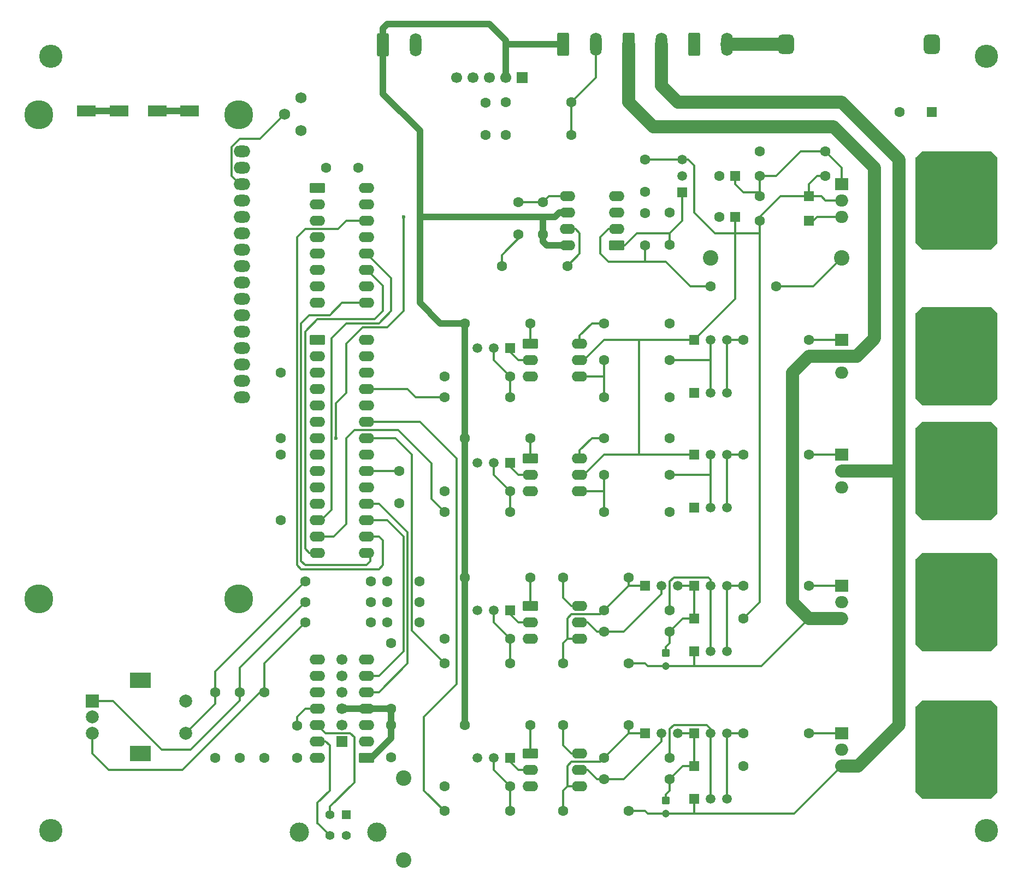
<source format=gbr>
%TF.GenerationSoftware,KiCad,Pcbnew,9.0.2*%
%TF.CreationDate,2025-07-13T15:24:28+02:00*%
%TF.ProjectId,Motor Control,4d6f746f-7220-4436-9f6e-74726f6c2e6b,1.0*%
%TF.SameCoordinates,Original*%
%TF.FileFunction,Copper,L2,Bot*%
%TF.FilePolarity,Positive*%
%FSLAX46Y46*%
G04 Gerber Fmt 4.6, Leading zero omitted, Abs format (unit mm)*
G04 Created by KiCad (PCBNEW 9.0.2) date 2025-07-13 15:24:28*
%MOMM*%
%LPD*%
G01*
G04 APERTURE LIST*
G04 Aperture macros list*
%AMRoundRect*
0 Rectangle with rounded corners*
0 $1 Rounding radius*
0 $2 $3 $4 $5 $6 $7 $8 $9 X,Y pos of 4 corners*
0 Add a 4 corners polygon primitive as box body*
4,1,4,$2,$3,$4,$5,$6,$7,$8,$9,$2,$3,0*
0 Add four circle primitives for the rounded corners*
1,1,$1+$1,$2,$3*
1,1,$1+$1,$4,$5*
1,1,$1+$1,$6,$7*
1,1,$1+$1,$8,$9*
0 Add four rect primitives between the rounded corners*
20,1,$1+$1,$2,$3,$4,$5,0*
20,1,$1+$1,$4,$5,$6,$7,0*
20,1,$1+$1,$6,$7,$8,$9,0*
20,1,$1+$1,$8,$9,$2,$3,0*%
G04 Aperture macros list end*
%TA.AperFunction,ComponentPad*%
%ADD10C,1.600000*%
%TD*%
%TA.AperFunction,ComponentPad*%
%ADD11RoundRect,0.625000X-0.625000X-0.875000X0.625000X-0.875000X0.625000X0.875000X-0.625000X0.875000X0*%
%TD*%
%TA.AperFunction,ComponentPad*%
%ADD12R,2.000000X1.905000*%
%TD*%
%TA.AperFunction,ComponentPad*%
%ADD13C,4.500000*%
%TD*%
%TA.AperFunction,ComponentPad*%
%ADD14O,2.000000X1.905000*%
%TD*%
%TA.AperFunction,ComponentPad*%
%ADD15RoundRect,0.250000X0.550000X0.550000X-0.550000X0.550000X-0.550000X-0.550000X0.550000X-0.550000X0*%
%TD*%
%TA.AperFunction,ComponentPad*%
%ADD16RoundRect,0.250000X-0.650000X-1.550000X0.650000X-1.550000X0.650000X1.550000X-0.650000X1.550000X0*%
%TD*%
%TA.AperFunction,ComponentPad*%
%ADD17O,1.800000X3.600000*%
%TD*%
%TA.AperFunction,ComponentPad*%
%ADD18R,1.500000X1.500000*%
%TD*%
%TA.AperFunction,ComponentPad*%
%ADD19C,1.500000*%
%TD*%
%TA.AperFunction,ComponentPad*%
%ADD20R,1.400000X1.400000*%
%TD*%
%TA.AperFunction,ComponentPad*%
%ADD21C,1.400000*%
%TD*%
%TA.AperFunction,ComponentPad*%
%ADD22C,3.000000*%
%TD*%
%TA.AperFunction,ComponentPad*%
%ADD23RoundRect,0.250000X0.950000X0.550000X-0.950000X0.550000X-0.950000X-0.550000X0.950000X-0.550000X0*%
%TD*%
%TA.AperFunction,ComponentPad*%
%ADD24O,2.400000X1.600000*%
%TD*%
%TA.AperFunction,ComponentPad*%
%ADD25RoundRect,0.250000X-0.950000X-0.550000X0.950000X-0.550000X0.950000X0.550000X-0.950000X0.550000X0*%
%TD*%
%TA.AperFunction,ComponentPad*%
%ADD26O,2.600000X1.800000*%
%TD*%
%TA.AperFunction,ComponentPad*%
%ADD27R,3.000000X1.800000*%
%TD*%
%TA.AperFunction,SMDPad,CuDef*%
%ADD28R,3.000000X1.000000*%
%TD*%
%TA.AperFunction,ComponentPad*%
%ADD29C,3.600000*%
%TD*%
%TA.AperFunction,ComponentPad*%
%ADD30C,1.750000*%
%TD*%
%TA.AperFunction,ComponentPad*%
%ADD31C,2.400000*%
%TD*%
%TA.AperFunction,ComponentPad*%
%ADD32R,1.700000X1.700000*%
%TD*%
%TA.AperFunction,ComponentPad*%
%ADD33C,1.700000*%
%TD*%
%TA.AperFunction,ComponentPad*%
%ADD34R,2.000000X2.000000*%
%TD*%
%TA.AperFunction,ComponentPad*%
%ADD35C,2.000000*%
%TD*%
%TA.AperFunction,ComponentPad*%
%ADD36R,3.200000X2.400000*%
%TD*%
%TA.AperFunction,ComponentPad*%
%ADD37RoundRect,0.250000X-0.550000X-0.550000X0.550000X-0.550000X0.550000X0.550000X-0.550000X0.550000X0*%
%TD*%
%TA.AperFunction,ComponentPad*%
%ADD38RoundRect,0.250000X-0.350000X0.350000X-0.350000X-0.350000X0.350000X-0.350000X0.350000X0.350000X0*%
%TD*%
%TA.AperFunction,ComponentPad*%
%ADD39C,1.200000*%
%TD*%
%TA.AperFunction,ViaPad*%
%ADD40C,0.600000*%
%TD*%
%TA.AperFunction,Conductor*%
%ADD41C,0.350000*%
%TD*%
%TA.AperFunction,Conductor*%
%ADD42C,1.000000*%
%TD*%
%TA.AperFunction,Conductor*%
%ADD43C,2.000000*%
%TD*%
G04 APERTURE END LIST*
D10*
%TO.P,C903,1*%
%TO.N,+12V*%
X164080000Y-41910000D03*
%TO.P,C903,2*%
%TO.N,GNDPWR*%
X164080000Y-46910000D03*
%TD*%
D11*
%TO.P,F1,1*%
%TO.N,Net-(J5-Pin_2)*%
X185930000Y-24070000D03*
%TO.P,F1,2*%
%TO.N,+24V*%
X208530000Y-24070000D03*
%TD*%
D12*
%TO.P,U900,1,ADJ*%
%TO.N,Net-(D901-A)*%
X194560000Y-45720000D03*
D13*
%TO.P,U900,2,VO*%
%TO.N,+12V*%
X211220000Y-48260000D03*
D14*
X194560000Y-48260000D03*
%TO.P,U900,3,VI*%
%TO.N,+24V*%
X194560000Y-50800000D03*
%TD*%
D15*
%TO.P,D901,1,K*%
%TO.N,+12V*%
X189480000Y-47625000D03*
D10*
%TO.P,D901,2,A*%
%TO.N,Net-(D901-A)*%
X181860000Y-47625000D03*
%TD*%
D16*
%TO.P,J1,1,Pin_1*%
%TO.N,+5V*%
X123440000Y-24130000D03*
D17*
%TO.P,J1,2,Pin_2*%
%TO.N,GNDD*%
X128520000Y-24130000D03*
%TD*%
D10*
%TO.P,C400,1*%
%TO.N,+5V*%
X125980000Y-90170000D03*
%TO.P,C400,2*%
%TO.N,GNDD*%
X125980000Y-95170000D03*
%TD*%
D18*
%TO.P,Q240,1,C*%
%TO.N,Net-(Q240-C)*%
X143125000Y-71120000D03*
D19*
%TO.P,Q240,2,B*%
%TO.N,Net-(Q240-B)*%
X140585000Y-71120000D03*
%TO.P,Q240,3,E*%
%TO.N,GNDD*%
X138045000Y-71120000D03*
%TD*%
D10*
%TO.P,R410,1*%
%TO.N,RA4*%
X124710000Y-116840000D03*
%TO.P,R410,2*%
%TO.N,+5V*%
X124710000Y-127000000D03*
%TD*%
%TO.P,R242,1*%
%TO.N,/H Bridge/P1C*%
X132965000Y-78740000D03*
%TO.P,R242,2*%
%TO.N,Net-(Q240-B)*%
X143125000Y-78740000D03*
%TD*%
D20*
%TO.P,J411,1,VBUS*%
%TO.N,unconnected-(J411-VBUS-Pad1)*%
X117725000Y-143485000D03*
D21*
%TO.P,J411,2,D-*%
%TO.N,Net-(J411-D-)*%
X115225000Y-143485000D03*
%TO.P,J411,3,D+*%
%TO.N,Net-(J411-D+)*%
X115225000Y-146685000D03*
%TO.P,J411,4,GND*%
%TO.N,GNDD*%
X117725000Y-146685000D03*
D22*
%TO.P,J411,5,Shield*%
%TO.N,Net-(J411-Shield)*%
X110455000Y-146195000D03*
X122495000Y-146195000D03*
%TD*%
D23*
%TO.P,U410,1,VDD*%
%TO.N,+5V*%
X120900000Y-134620000D03*
D24*
%TO.P,U410,2,GP0*%
%TO.N,unconnected-(U410-GP0-Pad2)*%
X120900000Y-132080000D03*
%TO.P,U410,3,GP1*%
%TO.N,unconnected-(U410-GP1-Pad3)*%
X120900000Y-129540000D03*
%TO.P,U410,4,~{RST}*%
%TO.N,+5V*%
X120900000Y-127000000D03*
%TO.P,U410,5,URx*%
%TO.N,uRX*%
X120900000Y-124460000D03*
%TO.P,U410,6,UTx*%
%TO.N,uTX*%
X120900000Y-121920000D03*
%TO.P,U410,7,GP2*%
%TO.N,unconnected-(U410-GP2-Pad7)*%
X120900000Y-119380000D03*
%TO.P,U410,8,GP3*%
%TO.N,RA4*%
X113280000Y-119380000D03*
%TO.P,U410,9,SDA*%
%TO.N,unconnected-(U410-SDA-Pad9)*%
X113280000Y-121920000D03*
%TO.P,U410,10,SCL*%
%TO.N,unconnected-(U410-SCL-Pad10)*%
X113280000Y-124460000D03*
%TO.P,U410,11,VUSB*%
%TO.N,Net-(U410-VUSB)*%
X113280000Y-127000000D03*
%TO.P,U410,12,D-*%
%TO.N,Net-(J411-D-)*%
X113280000Y-129540000D03*
%TO.P,U410,13,D+*%
%TO.N,Net-(J411-D+)*%
X113280000Y-132080000D03*
%TO.P,U410,14,VSS*%
%TO.N,GNDD*%
X113280000Y-134620000D03*
%TD*%
D16*
%TO.P,J4,1,Pin_1*%
%TO.N,/H Bridge/Out_{2}*%
X161540000Y-24070000D03*
D17*
%TO.P,J4,2,Pin_2*%
%TO.N,/H Bridge/Out_{1}*%
X166620000Y-24070000D03*
%TD*%
D18*
%TO.P,Q141,1,C*%
%TO.N,+12V*%
X171700000Y-69850000D03*
D19*
%TO.P,Q141,2,B*%
%TO.N,Net-(Q141-B)*%
X174240000Y-69850000D03*
%TO.P,Q141,3,E*%
%TO.N,Net-(Q141-E)*%
X176780000Y-69850000D03*
%TD*%
D25*
%TO.P,U240,1*%
%TO.N,Net-(R240-Pad1)*%
X146300000Y-70485000D03*
D24*
%TO.P,U240,2*%
%TO.N,Net-(Q240-C)*%
X146300000Y-73025000D03*
%TO.P,U240,3,NC*%
%TO.N,unconnected-(U240-NC-Pad3)*%
X146300000Y-75565000D03*
%TO.P,U240,4*%
%TO.N,Net-(R142-Pad1)*%
X153920000Y-75565000D03*
%TO.P,U240,5*%
%TO.N,+12V*%
X153920000Y-73025000D03*
%TO.P,U240,6*%
%TO.N,Net-(R141-Pad1)*%
X153920000Y-70485000D03*
%TD*%
D10*
%TO.P,R142,1*%
%TO.N,Net-(R142-Pad1)*%
X157730000Y-73025000D03*
%TO.P,R142,2*%
%TO.N,Net-(Q141-B)*%
X167890000Y-73025000D03*
%TD*%
D25*
%TO.P,U300,1,QB*%
%TO.N,Net-(DS300-D5)*%
X113280000Y-46355000D03*
D24*
%TO.P,U300,2,QC*%
%TO.N,Net-(DS300-D6)*%
X113280000Y-48895000D03*
%TO.P,U300,3,QD*%
%TO.N,Net-(DS300-D7)*%
X113280000Y-51435000D03*
%TO.P,U300,4,QE*%
%TO.N,unconnected-(U300-QE-Pad4)*%
X113280000Y-53975000D03*
%TO.P,U300,5,QF*%
%TO.N,Net-(DS300-RS)*%
X113280000Y-56515000D03*
%TO.P,U300,6,QG*%
%TO.N,unconnected-(U300-QG-Pad6)*%
X113280000Y-59055000D03*
%TO.P,U300,7,QH*%
%TO.N,Net-(DS300-E)*%
X113280000Y-61595000D03*
%TO.P,U300,8,GND*%
%TO.N,GNDD*%
X113280000Y-64135000D03*
%TO.P,U300,9,QH'*%
%TO.N,/Disp & encoder/SDA{slash}SDI*%
X120900000Y-64135000D03*
%TO.P,U300,10,~{SRCLR}*%
%TO.N,GNDD*%
X120900000Y-61595000D03*
%TO.P,U300,11,SRCLK*%
%TO.N,/Disp & encoder/SCL*%
X120900000Y-59055000D03*
%TO.P,U300,12,RCLK*%
%TO.N,/Disp & encoder/DISP*%
X120900000Y-56515000D03*
%TO.P,U300,13,~{OE}*%
%TO.N,GNDD*%
X120900000Y-53975000D03*
%TO.P,U300,14,SER*%
%TO.N,/Disp & encoder/SDO*%
X120900000Y-51435000D03*
%TO.P,U300,15,QA*%
%TO.N,Net-(DS300-D4)*%
X120900000Y-48895000D03*
%TO.P,U300,16,VCC*%
%TO.N,+5V*%
X120900000Y-46355000D03*
%TD*%
D10*
%TO.P,R140,1*%
%TO.N,Net-(Q141-E)*%
X179320000Y-69850000D03*
%TO.P,R140,2*%
%TO.N,Net-(Q140-G)*%
X189480000Y-69850000D03*
%TD*%
%TO.P,R141,1*%
%TO.N,Net-(R141-Pad1)*%
X157730000Y-67310000D03*
%TO.P,R141,2*%
%TO.N,GNDPWR*%
X167890000Y-67310000D03*
%TD*%
D12*
%TO.P,Q140,1,G*%
%TO.N,Net-(Q140-G)*%
X194560000Y-69850000D03*
D13*
%TO.P,Q140,2,D*%
%TO.N,/H Bridge/Out_{2}*%
X211220000Y-72390000D03*
D14*
X194560000Y-72390000D03*
%TO.P,Q140,3,S*%
%TO.N,/H Bridge/GNDPWR_{out}*%
X194560000Y-74930000D03*
%TD*%
D18*
%TO.P,Q142,1,C*%
%TO.N,GNDPWR*%
X171700000Y-78105000D03*
D19*
%TO.P,Q142,2,B*%
%TO.N,Net-(Q141-B)*%
X174240000Y-78105000D03*
%TO.P,Q142,3,E*%
%TO.N,Net-(Q141-E)*%
X176780000Y-78105000D03*
%TD*%
D10*
%TO.P,R310,1*%
%TO.N,Net-(R310-Pad1)*%
X97405000Y-124460000D03*
%TO.P,R310,2*%
%TO.N,+5V*%
X97405000Y-134620000D03*
%TD*%
D13*
%TO.P,DS300,*%
%TO.N,*%
X101100000Y-35040000D03*
X70100000Y-35040000D03*
X101100000Y-110040000D03*
X70100000Y-110040000D03*
D26*
%TO.P,DS300,1,VSS*%
%TO.N,GNDD*%
X101600000Y-40640000D03*
%TO.P,DS300,2,VDD*%
%TO.N,+5V*%
X101600000Y-43180000D03*
%TO.P,DS300,3,VO*%
%TO.N,Net-(DS300-VO)*%
X101600000Y-45720000D03*
%TO.P,DS300,4,RS*%
%TO.N,Net-(DS300-RS)*%
X101600000Y-48260000D03*
%TO.P,DS300,5,R/W*%
%TO.N,GNDD*%
X101600000Y-50800000D03*
%TO.P,DS300,6,E*%
%TO.N,Net-(DS300-E)*%
X101600000Y-53340000D03*
%TO.P,DS300,7,D0*%
%TO.N,GNDD*%
X101600000Y-55880000D03*
%TO.P,DS300,8,D1*%
X101600000Y-58420000D03*
%TO.P,DS300,9,D2*%
X101600000Y-60960000D03*
%TO.P,DS300,10,D3*%
X101600000Y-63500000D03*
%TO.P,DS300,11,D4*%
%TO.N,Net-(DS300-D4)*%
X101600000Y-66040000D03*
%TO.P,DS300,12,D5*%
%TO.N,Net-(DS300-D5)*%
X101600000Y-68580000D03*
%TO.P,DS300,13,D6*%
%TO.N,Net-(DS300-D6)*%
X101600000Y-71120000D03*
%TO.P,DS300,14,D7*%
%TO.N,Net-(DS300-D7)*%
X101600000Y-73660000D03*
%TO.P,DS300,15,LED(+)*%
%TO.N,unconnected-(DS300-LED(+)-Pad15)*%
X101600000Y-76200000D03*
%TO.P,DS300,16,LED(-)*%
%TO.N,unconnected-(DS300-LED(-)-Pad16)*%
X101600000Y-78740000D03*
D27*
%TO.P,DS300,17*%
%TO.N,N/C*%
X93460000Y-34400000D03*
D28*
X90920000Y-34400000D03*
D27*
X88420000Y-34400000D03*
%TO.P,DS300,18*%
X82540000Y-34400000D03*
D28*
X80000000Y-34400000D03*
D27*
X77460000Y-34400000D03*
%TD*%
D10*
%TO.P,R241,1*%
%TO.N,GNDD*%
X132965000Y-75565000D03*
%TO.P,R241,2*%
%TO.N,Net-(Q240-B)*%
X143125000Y-75565000D03*
%TD*%
D23*
%TO.P,U902,1,V_{DD1}*%
%TO.N,Net-(U901-VO)*%
X159635000Y-55245000D03*
D24*
%TO.P,U902,2,V_{IN+}*%
%TO.N,Net-(U902-V_{IN+})*%
X159635000Y-52705000D03*
%TO.P,U902,3,V_{IN-}*%
%TO.N,GNDPWR*%
X159635000Y-50165000D03*
%TO.P,U902,4,GND_{1}*%
X159635000Y-47625000D03*
%TO.P,U902,5,GND_{2}*%
%TO.N,GNDD*%
X152015000Y-47625000D03*
%TO.P,U902,6,V_{REF}*%
%TO.N,+5V*%
X152015000Y-50165000D03*
%TO.P,U902,7,V_{OUT}*%
%TO.N,Net-(U902-V_{OUT})*%
X152015000Y-52705000D03*
%TO.P,U902,8,V_{DD2}*%
%TO.N,+5V*%
X152015000Y-55245000D03*
%TD*%
D10*
%TO.P,R240,1*%
%TO.N,Net-(R240-Pad1)*%
X146300000Y-67310000D03*
%TO.P,R240,2*%
%TO.N,+5V*%
X136140000Y-67310000D03*
%TD*%
%TO.P,R143,1*%
%TO.N,GNDPWR*%
X167890000Y-78740000D03*
%TO.P,R143,2*%
%TO.N,Net-(R142-Pad1)*%
X157730000Y-78740000D03*
%TD*%
D29*
%TO.P,REF\u002A\u002A,1*%
%TO.N,N/C*%
X71990000Y-25920000D03*
%TD*%
D15*
%TO.P,D900,1,K*%
%TO.N,+24V*%
X189480000Y-51435000D03*
D10*
%TO.P,D900,2,A*%
%TO.N,+12V*%
X181860000Y-51435000D03*
%TD*%
D30*
%TO.P,R300,1,1*%
%TO.N,GNDD*%
X110740000Y-37465000D03*
%TO.P,R300,2,2*%
%TO.N,Net-(DS300-VO)*%
X108200000Y-34925000D03*
%TO.P,R300,3,3*%
%TO.N,+5V*%
X110740000Y-32385000D03*
%TD*%
D10*
%TO.P,C250,1*%
%TO.N,T1CLK*%
X139315000Y-38100000D03*
%TO.P,C250,2*%
%TO.N,GNDD*%
X139315000Y-33100000D03*
%TD*%
%TO.P,C904,1*%
%TO.N,Net-(U901-VO)*%
X167890000Y-55165000D03*
%TO.P,C904,2*%
%TO.N,GNDPWR*%
X167890000Y-50165000D03*
%TD*%
D18*
%TO.P,U901,1,VO*%
%TO.N,Net-(U901-VO)*%
X169795000Y-46990000D03*
D19*
%TO.P,U901,2,GND*%
%TO.N,GNDPWR*%
X169795000Y-44450000D03*
%TO.P,U901,3,VI*%
%TO.N,+12V*%
X169795000Y-41910000D03*
%TD*%
D16*
%TO.P,J6,1,Pin_1*%
%TO.N,+5V*%
X151380000Y-24070000D03*
D17*
%TO.P,J6,2,Pin_2*%
%TO.N,Net-(J6-Pin_2)*%
X156460000Y-24070000D03*
%TD*%
D15*
%TO.P,C902,1*%
%TO.N,+12V*%
X178050000Y-50800000D03*
D10*
%TO.P,C902,2*%
%TO.N,GNDPWR*%
X175550000Y-50800000D03*
%TD*%
D31*
%TO.P,R000,1*%
%TO.N,GNDPWR*%
X174240000Y-57150000D03*
%TO.P,R000,2*%
%TO.N,/H Bridge/GNDPWR_{out}*%
X194560000Y-57150000D03*
%TD*%
D10*
%TO.P,R400,1*%
%TO.N,Net-(U400-RA2)*%
X107565000Y-85090000D03*
%TO.P,R400,2*%
%TO.N,+5V*%
X107565000Y-74930000D03*
%TD*%
%TO.P,C300,1*%
%TO.N,+5V*%
X114630000Y-43180000D03*
%TO.P,C300,2*%
%TO.N,GNDD*%
X119630000Y-43180000D03*
%TD*%
D32*
%TO.P,J400,1,Pin_1*%
%TO.N,V_{PP}*%
X145030000Y-29210000D03*
D33*
%TO.P,J400,2,Pin_2*%
%TO.N,+5V*%
X142490000Y-29210000D03*
%TO.P,J400,3,Pin_3*%
%TO.N,GNDD*%
X139950000Y-29210000D03*
%TO.P,J400,4,Pin_4*%
%TO.N,PGD*%
X137410000Y-29210000D03*
%TO.P,J400,5,Pin_5*%
%TO.N,PGC*%
X134870000Y-29210000D03*
%TD*%
D10*
%TO.P,R312,1*%
%TO.N,Net-(R312-Pad1)*%
X105025000Y-124460000D03*
%TO.P,R312,2*%
%TO.N,+5V*%
X105025000Y-134620000D03*
%TD*%
%TO.P,R903,1*%
%TO.N,/MCU & USB/AN0*%
X141855000Y-58420000D03*
%TO.P,R903,2*%
%TO.N,Net-(U902-V_{OUT})*%
X152015000Y-58420000D03*
%TD*%
%TO.P,R250,1*%
%TO.N,Net-(J6-Pin_2)*%
X152650000Y-38100000D03*
%TO.P,R250,2*%
%TO.N,T1CLK*%
X142490000Y-38100000D03*
%TD*%
%TO.P,C310,1*%
%TO.N,/Disp & encoder/SWS*%
X124075000Y-107315000D03*
%TO.P,C310,2*%
%TO.N,GNDD*%
X129075000Y-107315000D03*
%TD*%
%TO.P,C311,1*%
%TO.N,/Disp & encoder/SWA*%
X124075000Y-110490000D03*
%TO.P,C311,2*%
%TO.N,GNDD*%
X129075000Y-110490000D03*
%TD*%
%TO.P,C905,1*%
%TO.N,Net-(U902-V_{IN+})*%
X164080000Y-55245000D03*
%TO.P,C905,2*%
%TO.N,GNDPWR*%
X164080000Y-50245000D03*
%TD*%
%TO.P,C907,1*%
%TO.N,/MCU & USB/AN0*%
X144395000Y-53570000D03*
%TO.P,C907,2*%
%TO.N,GNDD*%
X144395000Y-48570000D03*
%TD*%
D15*
%TO.P,C901,1*%
%TO.N,Net-(D901-A)*%
X178050000Y-44450000D03*
D10*
%TO.P,C901,2*%
%TO.N,GNDPWR*%
X175550000Y-44450000D03*
%TD*%
%TO.P,C312,1*%
%TO.N,/Disp & encoder/SWB*%
X124075000Y-113665000D03*
%TO.P,C312,2*%
%TO.N,GNDD*%
X129075000Y-113665000D03*
%TD*%
%TO.P,R313,1*%
%TO.N,/Disp & encoder/SWS*%
X121535000Y-107315000D03*
%TO.P,R313,2*%
%TO.N,Net-(R310-Pad1)*%
X111375000Y-107315000D03*
%TD*%
D16*
%TO.P,J5,1,Pin_1*%
%TO.N,GNDPWR*%
X171700000Y-24070000D03*
D17*
%TO.P,J5,2,Pin_2*%
%TO.N,Net-(J5-Pin_2)*%
X176780000Y-24070000D03*
%TD*%
D15*
%TO.P,C900,1*%
%TO.N,+24V*%
X208530000Y-34570000D03*
D10*
%TO.P,C900,2*%
%TO.N,GNDPWR*%
X203530000Y-34570000D03*
%TD*%
%TO.P,C410,1*%
%TO.N,Net-(U410-VUSB)*%
X110105000Y-129620000D03*
%TO.P,C410,2*%
%TO.N,GNDD*%
X110105000Y-134620000D03*
%TD*%
D25*
%TO.P,U400,1,~{MCLR}/VPP/RE3*%
%TO.N,V_{PP}*%
X113280000Y-69850000D03*
D24*
%TO.P,U400,2,RA0*%
%TO.N,/MCU & USB/AN0*%
X113280000Y-72390000D03*
%TO.P,U400,3,RA1*%
%TO.N,unconnected-(U400-RA1-Pad3)*%
X113280000Y-74930000D03*
%TO.P,U400,4,RA2*%
%TO.N,Net-(U400-RA2)*%
X113280000Y-77470000D03*
%TO.P,U400,5,RA3*%
%TO.N,unconnected-(U400-RA3-Pad5)*%
X113280000Y-80010000D03*
%TO.P,U400,6,RA4*%
%TO.N,RA4*%
X113280000Y-82550000D03*
%TO.P,U400,7,RA5*%
%TO.N,~{SS}*%
X113280000Y-85090000D03*
%TO.P,U400,8,VSS*%
%TO.N,GNDD*%
X113280000Y-87630000D03*
%TO.P,U400,9,RA7/OSC1_CLKIN*%
%TO.N,unconnected-(U400-RA7{slash}OSC1_CLKIN-Pad9)*%
X113280000Y-90170000D03*
%TO.P,U400,10,RA6/OSC2_CLKOUT*%
%TO.N,unconnected-(U400-RA6{slash}OSC2_CLKOUT-Pad10)*%
X113280000Y-92710000D03*
%TO.P,U400,11,RC0/SOSCO*%
%TO.N,T1CLK*%
X113280000Y-95250000D03*
%TO.P,U400,12,RC1/SOSCI*%
%TO.N,/Disp & encoder/DISP*%
X113280000Y-97790000D03*
%TO.P,U400,13,RC2*%
%TO.N,/H Bridge/P1A*%
X113280000Y-100330000D03*
%TO.P,U400,14,RC3*%
%TO.N,/Disp & encoder/SCL*%
X113280000Y-102870000D03*
%TO.P,U400,15,RC4*%
%TO.N,/Disp & encoder/SDA{slash}SDI*%
X120900000Y-102870000D03*
%TO.P,U400,16,RC5*%
%TO.N,/Disp & encoder/SDO*%
X120900000Y-100330000D03*
%TO.P,U400,17,RC6*%
%TO.N,uTX*%
X120900000Y-97790000D03*
%TO.P,U400,18,RC7*%
%TO.N,uRX*%
X120900000Y-95250000D03*
%TO.P,U400,19,VSS*%
%TO.N,GNDD*%
X120900000Y-92710000D03*
%TO.P,U400,20,VDD*%
%TO.N,+5V*%
X120900000Y-90170000D03*
%TO.P,U400,21,RB0*%
%TO.N,/Disp & encoder/SWS*%
X120900000Y-87630000D03*
%TO.P,U400,22,RB1*%
%TO.N,/H Bridge/P1D*%
X120900000Y-85090000D03*
%TO.P,U400,23,RB2*%
%TO.N,/H Bridge/P1B*%
X120900000Y-82550000D03*
%TO.P,U400,24,RB3*%
%TO.N,/Disp & encoder/SWA*%
X120900000Y-80010000D03*
%TO.P,U400,25,RB4*%
%TO.N,/H Bridge/P1C*%
X120900000Y-77470000D03*
%TO.P,U400,26,RB5*%
%TO.N,/Disp & encoder/SWB*%
X120900000Y-74930000D03*
%TO.P,U400,27,RB6/PGC*%
%TO.N,PGC*%
X120900000Y-72390000D03*
%TO.P,U400,28,RB7/PGD*%
%TO.N,PGD*%
X120900000Y-69850000D03*
%TD*%
D10*
%TO.P,R401,1*%
%TO.N,GNDD*%
X107565000Y-97790000D03*
%TO.P,R401,2*%
%TO.N,Net-(U400-RA2)*%
X107565000Y-87630000D03*
%TD*%
%TO.P,R251,1*%
%TO.N,GNDD*%
X142490000Y-33020000D03*
%TO.P,R251,2*%
%TO.N,Net-(J6-Pin_2)*%
X152650000Y-33020000D03*
%TD*%
%TO.P,R315,1*%
%TO.N,Net-(R312-Pad1)*%
X111375000Y-113665000D03*
%TO.P,R315,2*%
%TO.N,/Disp & encoder/SWB*%
X121535000Y-113665000D03*
%TD*%
%TO.P,R311,1*%
%TO.N,Net-(R311-Pad1)*%
X101215000Y-124460000D03*
%TO.P,R311,2*%
%TO.N,+5V*%
X101215000Y-134620000D03*
%TD*%
%TO.P,C411,1*%
%TO.N,+5V*%
X124710000Y-129540000D03*
%TO.P,C411,2*%
%TO.N,GNDD*%
X124710000Y-134540000D03*
%TD*%
%TO.P,R902,1*%
%TO.N,Net-(U902-V_{IN+})*%
X174240000Y-61595000D03*
%TO.P,R902,2*%
%TO.N,/H Bridge/GNDPWR_{out}*%
X184400000Y-61595000D03*
%TD*%
%TO.P,R901,1*%
%TO.N,+12V*%
X192020000Y-44450000D03*
%TO.P,R901,2*%
%TO.N,Net-(D901-A)*%
X181860000Y-44450000D03*
%TD*%
D34*
%TO.P,SW310,A,A*%
%TO.N,Net-(R311-Pad1)*%
X78355000Y-125810000D03*
D35*
%TO.P,SW310,B,B*%
%TO.N,Net-(R312-Pad1)*%
X78355000Y-130810000D03*
%TO.P,SW310,C,C*%
%TO.N,GNDD*%
X78355000Y-128310000D03*
D36*
%TO.P,SW310,MP,MP*%
X85855000Y-122610000D03*
X85855000Y-134010000D03*
D35*
%TO.P,SW310,S1,S1*%
%TO.N,Net-(R310-Pad1)*%
X92855000Y-130810000D03*
%TO.P,SW310,S2,S2*%
%TO.N,GNDD*%
X92855000Y-125810000D03*
%TD*%
D10*
%TO.P,C906,1*%
%TO.N,+5V*%
X148205000Y-53570000D03*
%TO.P,C906,2*%
%TO.N,GNDD*%
X148205000Y-48570000D03*
%TD*%
D32*
%TO.P,J410,1,Pin_1*%
%TO.N,GNDD*%
X117090000Y-132080000D03*
D33*
%TO.P,J410,2,Pin_2*%
%TO.N,unconnected-(J410-Pin_2-Pad2)*%
X117090000Y-129540000D03*
%TO.P,J410,3,Pin_3*%
%TO.N,+5V*%
X117090000Y-127000000D03*
%TO.P,J410,4,Pin_4*%
%TO.N,uRX*%
X117090000Y-124460000D03*
%TO.P,J410,5,Pin_5*%
%TO.N,uTX*%
X117090000Y-121920000D03*
%TO.P,J410,6,Pin_6*%
%TO.N,unconnected-(J410-Pin_6-Pad6)*%
X117090000Y-119380000D03*
%TD*%
D10*
%TO.P,R900,1*%
%TO.N,Net-(D901-A)*%
X192020000Y-40640000D03*
%TO.P,R900,2*%
%TO.N,GNDPWR*%
X181860000Y-40640000D03*
%TD*%
%TO.P,R314,1*%
%TO.N,Net-(R311-Pad1)*%
X111375000Y-110490000D03*
%TO.P,R314,2*%
%TO.N,/Disp & encoder/SWA*%
X121535000Y-110490000D03*
%TD*%
D31*
%TO.P,L410,1*%
%TO.N,Net-(J411-Shield)*%
X126625000Y-150495000D03*
%TO.P,L410,2*%
%TO.N,GNDD*%
X126625000Y-137795000D03*
%TD*%
D29*
%TO.P,REF\u002A\u002A,1*%
%TO.N,N/C*%
X216990000Y-25920000D03*
%TD*%
%TO.P,REF\u002A\u002A,1*%
%TO.N,N/C*%
X216990000Y-145920000D03*
%TD*%
%TO.P,REF\u002A\u002A,1*%
%TO.N,N/C*%
X71990000Y-145920000D03*
%TD*%
D12*
%TO.P,Q130,1,G*%
%TO.N,Net-(Q130-G)*%
X194560000Y-87630000D03*
D13*
%TO.P,Q130,2,D*%
%TO.N,/H Bridge/Out_{1}*%
X211220000Y-90170000D03*
D14*
X194560000Y-90170000D03*
%TO.P,Q130,3,S*%
%TO.N,/H Bridge/GNDPWR_{out}*%
X194560000Y-92710000D03*
%TD*%
D18*
%TO.P,Q121,1,C*%
%TO.N,Net-(Q121-C)*%
X164080000Y-107950000D03*
D19*
%TO.P,Q121,2,B*%
%TO.N,Net-(Q121-B)*%
X166620000Y-107950000D03*
%TO.P,Q121,3,E*%
%TO.N,Net-(D120-K)*%
X169160000Y-107950000D03*
%TD*%
D10*
%TO.P,R221,1*%
%TO.N,GNDD*%
X132965000Y-116205000D03*
%TO.P,R221,2*%
%TO.N,Net-(Q220-B)*%
X143125000Y-116205000D03*
%TD*%
D18*
%TO.P,Q210,1,C*%
%TO.N,Net-(Q210-C)*%
X143125000Y-134620000D03*
D19*
%TO.P,Q210,2,B*%
%TO.N,Net-(Q210-B)*%
X140585000Y-134620000D03*
%TO.P,Q210,3,E*%
%TO.N,GNDD*%
X138045000Y-134620000D03*
%TD*%
D10*
%TO.P,R130,1*%
%TO.N,Net-(Q131-E)*%
X179320000Y-87630000D03*
%TO.P,R130,2*%
%TO.N,Net-(Q130-G)*%
X189480000Y-87630000D03*
%TD*%
D25*
%TO.P,U210,1*%
%TO.N,Net-(R210-Pad1)*%
X146300000Y-133985000D03*
D24*
%TO.P,U210,2*%
%TO.N,Net-(Q210-C)*%
X146300000Y-136525000D03*
%TO.P,U210,3,NC*%
%TO.N,unconnected-(U210-NC-Pad3)*%
X146300000Y-139065000D03*
%TO.P,U210,4*%
%TO.N,Net-(Q111-C)*%
X153920000Y-139065000D03*
%TO.P,U210,5*%
%TO.N,Net-(Q111-B)*%
X153920000Y-136525000D03*
%TO.P,U210,6*%
%TO.N,Net-(R111-Pad1)*%
X153920000Y-133985000D03*
%TD*%
D10*
%TO.P,R212,1*%
%TO.N,/H Bridge/P1B*%
X132965000Y-142875000D03*
%TO.P,R212,2*%
%TO.N,Net-(Q210-B)*%
X143125000Y-142875000D03*
%TD*%
%TO.P,R210,1*%
%TO.N,Net-(R210-Pad1)*%
X146300000Y-129540000D03*
%TO.P,R210,2*%
%TO.N,+5V*%
X136140000Y-129540000D03*
%TD*%
D25*
%TO.P,U220,1*%
%TO.N,Net-(R220-Pad1)*%
X146300000Y-111125000D03*
D24*
%TO.P,U220,2*%
%TO.N,Net-(Q220-C)*%
X146300000Y-113665000D03*
%TO.P,U220,3,NC*%
%TO.N,unconnected-(U220-NC-Pad3)*%
X146300000Y-116205000D03*
%TO.P,U220,4*%
%TO.N,Net-(Q121-C)*%
X153920000Y-116205000D03*
%TO.P,U220,5*%
%TO.N,Net-(Q121-B)*%
X153920000Y-113665000D03*
%TO.P,U220,6*%
%TO.N,Net-(R121-Pad1)*%
X153920000Y-111125000D03*
%TD*%
D37*
%TO.P,D120,1,K*%
%TO.N,Net-(D120-K)*%
X171700000Y-113030000D03*
D10*
%TO.P,D120,2,A*%
%TO.N,+12V*%
X179320000Y-113030000D03*
%TD*%
%TO.P,R122,1*%
%TO.N,Net-(Q122-B)*%
X167890000Y-111760000D03*
%TO.P,R122,2*%
%TO.N,Net-(Q121-C)*%
X157730000Y-111760000D03*
%TD*%
%TO.P,R123,1*%
%TO.N,Net-(D120-K)*%
X167890000Y-115062000D03*
%TO.P,R123,2*%
%TO.N,Net-(Q121-B)*%
X157730000Y-115062000D03*
%TD*%
D38*
%TO.P,C120,1*%
%TO.N,Net-(D120-K)*%
X167255000Y-118407401D03*
D39*
%TO.P,C120,2*%
%TO.N,/H Bridge/Out_{2}*%
X167255000Y-120407401D03*
%TD*%
D10*
%TO.P,R124,1*%
%TO.N,Net-(Q121-C)*%
X151380000Y-120015000D03*
%TO.P,R124,2*%
%TO.N,/H Bridge/Out_{2}*%
X161540000Y-120015000D03*
%TD*%
%TO.P,R114,1*%
%TO.N,Net-(Q111-C)*%
X151380000Y-142875000D03*
%TO.P,R114,2*%
%TO.N,/H Bridge/Out_{1}*%
X161540000Y-142875000D03*
%TD*%
%TO.P,R220,1*%
%TO.N,Net-(R220-Pad1)*%
X146300000Y-106680000D03*
%TO.P,R220,2*%
%TO.N,+5V*%
X136140000Y-106680000D03*
%TD*%
%TO.P,R113,1*%
%TO.N,Net-(D110-K)*%
X167890000Y-137922000D03*
%TO.P,R113,2*%
%TO.N,Net-(Q111-B)*%
X157730000Y-137922000D03*
%TD*%
%TO.P,R110,1*%
%TO.N,Net-(Q112-E)*%
X179320000Y-130810000D03*
%TO.P,R110,2*%
%TO.N,Net-(Q110-G)*%
X189480000Y-130810000D03*
%TD*%
D12*
%TO.P,Q120,1,G*%
%TO.N,Net-(Q120-G)*%
X194560000Y-107950000D03*
D13*
%TO.P,Q120,2,D*%
%TO.N,+24V*%
X211220000Y-110490000D03*
D14*
X194560000Y-110490000D03*
%TO.P,Q120,3,S*%
%TO.N,/H Bridge/Out_{2}*%
X194560000Y-113030000D03*
%TD*%
D10*
%TO.P,R132,1*%
%TO.N,Net-(R132-Pad1)*%
X157730000Y-90805000D03*
%TO.P,R132,2*%
%TO.N,Net-(Q131-B)*%
X167890000Y-90805000D03*
%TD*%
%TO.P,R133,1*%
%TO.N,GNDPWR*%
X167890000Y-96520000D03*
%TO.P,R133,2*%
%TO.N,Net-(R132-Pad1)*%
X157730000Y-96520000D03*
%TD*%
%TO.P,R230,1*%
%TO.N,Net-(R230-Pad1)*%
X146300000Y-85090000D03*
%TO.P,R230,2*%
%TO.N,+5V*%
X136140000Y-85090000D03*
%TD*%
D18*
%TO.P,Q220,1,C*%
%TO.N,Net-(Q220-C)*%
X143125000Y-111760000D03*
D19*
%TO.P,Q220,2,B*%
%TO.N,Net-(Q220-B)*%
X140585000Y-111760000D03*
%TO.P,Q220,3,E*%
%TO.N,GNDD*%
X138045000Y-111760000D03*
%TD*%
D10*
%TO.P,R121,1*%
%TO.N,Net-(R121-Pad1)*%
X151380000Y-106680000D03*
%TO.P,R121,2*%
%TO.N,Net-(Q121-C)*%
X161540000Y-106680000D03*
%TD*%
D38*
%TO.P,C110,1*%
%TO.N,Net-(D110-K)*%
X167255000Y-141267401D03*
D39*
%TO.P,C110,2*%
%TO.N,/H Bridge/Out_{1}*%
X167255000Y-143267401D03*
%TD*%
D10*
%TO.P,R112,1*%
%TO.N,Net-(Q112-B)*%
X167890000Y-134620000D03*
%TO.P,R112,2*%
%TO.N,Net-(Q111-C)*%
X157730000Y-134620000D03*
%TD*%
D12*
%TO.P,Q110,1,G*%
%TO.N,Net-(Q110-G)*%
X194560000Y-130810000D03*
D13*
%TO.P,Q110,2,D*%
%TO.N,+24V*%
X211220000Y-133350000D03*
D14*
X194560000Y-133350000D03*
%TO.P,Q110,3,S*%
%TO.N,/H Bridge/Out_{1}*%
X194560000Y-135890000D03*
%TD*%
D10*
%TO.P,R232,1*%
%TO.N,/H Bridge/P1A*%
X132965000Y-96520000D03*
%TO.P,R232,2*%
%TO.N,Net-(Q230-B)*%
X143125000Y-96520000D03*
%TD*%
D18*
%TO.P,Q131,1,C*%
%TO.N,+12V*%
X171700000Y-87630000D03*
D19*
%TO.P,Q131,2,B*%
%TO.N,Net-(Q131-B)*%
X174240000Y-87630000D03*
%TO.P,Q131,3,E*%
%TO.N,Net-(Q131-E)*%
X176780000Y-87630000D03*
%TD*%
D10*
%TO.P,R111,1*%
%TO.N,Net-(R111-Pad1)*%
X151380000Y-129540000D03*
%TO.P,R111,2*%
%TO.N,Net-(Q111-C)*%
X161540000Y-129540000D03*
%TD*%
D37*
%TO.P,D110,1,K*%
%TO.N,Net-(D110-K)*%
X171700000Y-135890000D03*
D10*
%TO.P,D110,2,A*%
%TO.N,+12V*%
X179320000Y-135890000D03*
%TD*%
D18*
%TO.P,Q123,1,C*%
%TO.N,/H Bridge/Out_{2}*%
X171700000Y-118110000D03*
D19*
%TO.P,Q123,2,B*%
%TO.N,Net-(Q122-B)*%
X174240000Y-118110000D03*
%TO.P,Q123,3,E*%
%TO.N,Net-(Q122-E)*%
X176780000Y-118110000D03*
%TD*%
D10*
%TO.P,R211,1*%
%TO.N,GNDD*%
X132965000Y-139065000D03*
%TO.P,R211,2*%
%TO.N,Net-(Q210-B)*%
X143125000Y-139065000D03*
%TD*%
D18*
%TO.P,Q112,1,C*%
%TO.N,Net-(D110-K)*%
X171700000Y-130810000D03*
D19*
%TO.P,Q112,2,B*%
%TO.N,Net-(Q112-B)*%
X174240000Y-130810000D03*
%TO.P,Q112,3,E*%
%TO.N,Net-(Q112-E)*%
X176780000Y-130810000D03*
%TD*%
D10*
%TO.P,R231,1*%
%TO.N,GNDD*%
X132965000Y-93345000D03*
%TO.P,R231,2*%
%TO.N,Net-(Q230-B)*%
X143125000Y-93345000D03*
%TD*%
D18*
%TO.P,Q111,1,C*%
%TO.N,Net-(Q111-C)*%
X164080000Y-130810000D03*
D19*
%TO.P,Q111,2,B*%
%TO.N,Net-(Q111-B)*%
X166620000Y-130810000D03*
%TO.P,Q111,3,E*%
%TO.N,Net-(D110-K)*%
X169160000Y-130810000D03*
%TD*%
D18*
%TO.P,Q122,1,C*%
%TO.N,Net-(D120-K)*%
X171700000Y-107950000D03*
D19*
%TO.P,Q122,2,B*%
%TO.N,Net-(Q122-B)*%
X174240000Y-107950000D03*
%TO.P,Q122,3,E*%
%TO.N,Net-(Q122-E)*%
X176780000Y-107950000D03*
%TD*%
D10*
%TO.P,R131,1*%
%TO.N,Net-(R131-Pad1)*%
X157730000Y-85090000D03*
%TO.P,R131,2*%
%TO.N,GNDPWR*%
X167890000Y-85090000D03*
%TD*%
%TO.P,R222,1*%
%TO.N,/H Bridge/P1D*%
X132965000Y-120015000D03*
%TO.P,R222,2*%
%TO.N,Net-(Q220-B)*%
X143125000Y-120015000D03*
%TD*%
%TO.P,R120,1*%
%TO.N,Net-(Q122-E)*%
X179320000Y-107950000D03*
%TO.P,R120,2*%
%TO.N,Net-(Q120-G)*%
X189480000Y-107950000D03*
%TD*%
D25*
%TO.P,U230,1*%
%TO.N,Net-(R230-Pad1)*%
X146300000Y-88265000D03*
D24*
%TO.P,U230,2*%
%TO.N,Net-(Q230-C)*%
X146300000Y-90805000D03*
%TO.P,U230,3,NC*%
%TO.N,unconnected-(U230-NC-Pad3)*%
X146300000Y-93345000D03*
%TO.P,U230,4*%
%TO.N,Net-(R132-Pad1)*%
X153920000Y-93345000D03*
%TO.P,U230,5*%
%TO.N,+12V*%
X153920000Y-90805000D03*
%TO.P,U230,6*%
%TO.N,Net-(R131-Pad1)*%
X153920000Y-88265000D03*
%TD*%
D18*
%TO.P,Q230,1,C*%
%TO.N,Net-(Q230-C)*%
X143125000Y-88900000D03*
D19*
%TO.P,Q230,2,B*%
%TO.N,Net-(Q230-B)*%
X140585000Y-88900000D03*
%TO.P,Q230,3,E*%
%TO.N,GNDD*%
X138045000Y-88900000D03*
%TD*%
D18*
%TO.P,Q132,1,C*%
%TO.N,GNDPWR*%
X171700000Y-95885000D03*
D19*
%TO.P,Q132,2,B*%
%TO.N,Net-(Q131-B)*%
X174240000Y-95885000D03*
%TO.P,Q132,3,E*%
%TO.N,Net-(Q131-E)*%
X176780000Y-95885000D03*
%TD*%
D18*
%TO.P,Q113,1,C*%
%TO.N,/H Bridge/Out_{1}*%
X171700000Y-140970000D03*
D19*
%TO.P,Q113,2,B*%
%TO.N,Net-(Q112-B)*%
X174240000Y-140970000D03*
%TO.P,Q113,3,E*%
%TO.N,Net-(Q112-E)*%
X176780000Y-140970000D03*
%TD*%
D40*
%TO.N,+24V*%
X217430000Y-138430000D03*
X212350000Y-138430000D03*
X207270000Y-138430000D03*
X209810000Y-135890000D03*
X214890000Y-135890000D03*
X217430000Y-133350000D03*
X207270000Y-133350000D03*
X209810000Y-130810000D03*
X214890000Y-130810000D03*
X217430000Y-128270000D03*
X207270000Y-128270000D03*
X212350000Y-128270000D03*
X217430000Y-115570000D03*
X212350000Y-115570000D03*
X207270000Y-115570000D03*
X209810000Y-113030000D03*
X214890000Y-113030000D03*
X217430000Y-110490000D03*
X207270000Y-110490000D03*
X214890000Y-107950000D03*
X209810000Y-107950000D03*
X217430000Y-105410000D03*
X212350000Y-105410000D03*
X207270000Y-105410000D03*
%TO.N,/H Bridge/Out_{1}*%
X217430000Y-96520000D03*
X212350000Y-96520000D03*
X207270000Y-96520000D03*
X214890000Y-93980000D03*
X209810000Y-93980000D03*
X217430000Y-90170000D03*
X207270000Y-90170000D03*
X209810000Y-87630000D03*
X214890000Y-87630000D03*
X217430000Y-85090000D03*
X212350000Y-85090000D03*
X207270000Y-85090000D03*
%TO.N,/H Bridge/Out_{2}*%
X217430000Y-77470000D03*
X212350000Y-77470000D03*
X207270000Y-77470000D03*
X209810000Y-74930000D03*
X214890000Y-74930000D03*
X217430000Y-72390000D03*
X207270000Y-72390000D03*
X209810000Y-69850000D03*
X214890000Y-69850000D03*
X217430000Y-67310000D03*
X207270000Y-67310000D03*
X212350000Y-67310000D03*
%TO.N,+12V*%
X217430000Y-53340000D03*
X212350000Y-53340000D03*
X207270000Y-53340000D03*
X214890000Y-50800000D03*
X209810000Y-50800000D03*
X207270000Y-48260000D03*
X217430000Y-48260000D03*
X209810000Y-45720000D03*
X214890000Y-45720000D03*
X217430000Y-43180000D03*
X207270000Y-43180000D03*
X212350000Y-43180000D03*
%TO.N,T1CLK*%
X116116000Y-85090000D03*
X126615000Y-50800000D03*
%TD*%
D41*
%TO.N,Net-(Q240-B)*%
X140585000Y-73025000D02*
X140585000Y-71120000D01*
%TO.N,Net-(Q240-C)*%
X143125000Y-71120000D02*
X143125000Y-71755000D01*
%TO.N,Net-(Q141-E)*%
X179320000Y-69850000D02*
X176780000Y-69850000D01*
%TO.N,Net-(Q240-B)*%
X143125000Y-75565000D02*
X140585000Y-73025000D01*
%TO.N,Net-(Q141-B)*%
X174240000Y-73025000D02*
X174240000Y-78105000D01*
%TO.N,Net-(R141-Pad1)*%
X155825000Y-67310000D02*
X157730000Y-67310000D01*
%TO.N,+12V*%
X154555000Y-73025000D02*
X153920000Y-73025000D01*
%TO.N,Net-(Q141-E)*%
X176780000Y-69850000D02*
X176780000Y-78105000D01*
%TO.N,Net-(R141-Pad1)*%
X153920000Y-69215000D02*
X155825000Y-67310000D01*
%TO.N,Net-(Q240-B)*%
X143125000Y-78740000D02*
X143125000Y-75565000D01*
%TO.N,Net-(R142-Pad1)*%
X157730000Y-73025000D02*
X157730000Y-75565000D01*
%TO.N,Net-(Q141-B)*%
X167890000Y-73025000D02*
X174240000Y-73025000D01*
%TO.N,+12V*%
X157730000Y-69850000D02*
X171700000Y-69850000D01*
X157730000Y-69850000D02*
X154555000Y-73025000D01*
%TO.N,Net-(R142-Pad1)*%
X157730000Y-75565000D02*
X157730000Y-78740000D01*
X153920000Y-75565000D02*
X157730000Y-75565000D01*
%TO.N,Net-(Q240-C)*%
X143125000Y-71755000D02*
X144395000Y-73025000D01*
%TO.N,Net-(R141-Pad1)*%
X153920000Y-70485000D02*
X153920000Y-69215000D01*
%TO.N,Net-(Q140-G)*%
X189480000Y-69850000D02*
X194560000Y-69850000D01*
%TO.N,Net-(Q141-B)*%
X174240000Y-69850000D02*
X174240000Y-73025000D01*
%TO.N,Net-(R240-Pad1)*%
X146300000Y-70485000D02*
X146300000Y-67310000D01*
%TO.N,Net-(Q240-C)*%
X146300000Y-73025000D02*
X144395000Y-73025000D01*
D42*
%TO.N,+5V*%
X142490000Y-24130000D02*
X142490000Y-23495000D01*
X152015000Y-50165000D02*
X150745000Y-50165000D01*
X139950000Y-20955000D02*
X124075000Y-20955000D01*
X151380000Y-24070000D02*
X142550000Y-24070000D01*
D41*
X125980000Y-90170000D02*
X120900000Y-90170000D01*
D42*
X132330000Y-67310000D02*
X129155000Y-64135000D01*
X136140000Y-106680000D02*
X136140000Y-129540000D01*
X136140000Y-85090000D02*
X136140000Y-106680000D01*
X142490000Y-29210000D02*
X142490000Y-24130000D01*
X121662000Y-134620000D02*
X124710000Y-131572000D01*
X123440000Y-31750000D02*
X129155000Y-37465000D01*
X120900000Y-134620000D02*
X121662000Y-134620000D01*
X123440000Y-21590000D02*
X123440000Y-24130000D01*
X136140000Y-67310000D02*
X136140000Y-85090000D01*
X124710000Y-129540000D02*
X124710000Y-127000000D01*
X129155000Y-37465000D02*
X129155000Y-50800000D01*
X148205000Y-53570000D02*
X148205000Y-50800000D01*
X124710000Y-127000000D02*
X117090000Y-127000000D01*
X148840000Y-55245000D02*
X152015000Y-55245000D01*
X148205000Y-50800000D02*
X150110000Y-50800000D01*
X124075000Y-20955000D02*
X123440000Y-21590000D01*
X124710000Y-131572000D02*
X124710000Y-129540000D01*
X136140000Y-67310000D02*
X132330000Y-67310000D01*
X148205000Y-53570000D02*
X148205000Y-54610000D01*
X129155000Y-50800000D02*
X148205000Y-50800000D01*
X150745000Y-50165000D02*
X150110000Y-50800000D01*
X123440000Y-24130000D02*
X123440000Y-31750000D01*
X142490000Y-23495000D02*
X139950000Y-20955000D01*
X142550000Y-24070000D02*
X142490000Y-24130000D01*
X148205000Y-54610000D02*
X148840000Y-55245000D01*
X129155000Y-64135000D02*
X129155000Y-50800000D01*
D41*
%TO.N,GNDD*%
X148205000Y-48570000D02*
X144395000Y-48570000D01*
X152015000Y-47625000D02*
X149150000Y-47625000D01*
X149150000Y-47625000D02*
X148205000Y-48570000D01*
D43*
%TO.N,/H Bridge/Out_{1}*%
X203450000Y-90170000D02*
X203450000Y-129540000D01*
X203450000Y-129540000D02*
X197100000Y-135890000D01*
D41*
X171700000Y-143267401D02*
X187182599Y-143267401D01*
X187182599Y-143267401D02*
X194560000Y-135890000D01*
D43*
X194560000Y-33020000D02*
X169160000Y-33020000D01*
X203450000Y-90170000D02*
X203450000Y-41910000D01*
D41*
X164472401Y-143267401D02*
X164080000Y-142875000D01*
D43*
X197100000Y-135890000D02*
X194560000Y-135890000D01*
X203450000Y-41910000D02*
X194560000Y-33020000D01*
X169160000Y-33020000D02*
X166620000Y-30480000D01*
X194560000Y-90170000D02*
X203450000Y-90170000D01*
D41*
X167255000Y-143267401D02*
X164472401Y-143267401D01*
X161540000Y-142875000D02*
X164080000Y-142875000D01*
X167255000Y-143267401D02*
X171700000Y-143267401D01*
D43*
X166620000Y-30480000D02*
X166620000Y-24070000D01*
D41*
X171700000Y-140970000D02*
X171700000Y-143267401D01*
%TO.N,+12V*%
X174875000Y-53340000D02*
X178050000Y-53340000D01*
X163100000Y-87630000D02*
X157730000Y-87630000D01*
X181860000Y-53340000D02*
X181860000Y-50800000D01*
X192020000Y-48260000D02*
X191385000Y-47625000D01*
X194560000Y-48260000D02*
X192020000Y-48260000D01*
X191385000Y-47625000D02*
X189480000Y-47625000D01*
X189480000Y-45720000D02*
X190750000Y-44450000D01*
X171700000Y-50165000D02*
X174875000Y-53340000D01*
X169795000Y-41910000D02*
X170720000Y-41910000D01*
X181860000Y-53340000D02*
X178050000Y-53340000D01*
X189480000Y-47625000D02*
X189480000Y-45720000D01*
X171700000Y-69850000D02*
X178050000Y-63500000D01*
X181860000Y-110490000D02*
X179320000Y-113030000D01*
X169795000Y-41910000D02*
X164080000Y-41910000D01*
X171700000Y-42890000D02*
X171700000Y-50165000D01*
X178050000Y-50800000D02*
X178050000Y-53340000D01*
X181860000Y-53340000D02*
X181860000Y-110490000D01*
X171700000Y-87630000D02*
X163100000Y-87630000D01*
X190750000Y-44450000D02*
X192020000Y-44450000D01*
X189480000Y-47625000D02*
X185035000Y-47625000D01*
X154555000Y-90805000D02*
X153920000Y-90805000D01*
X178050000Y-63500000D02*
X178050000Y-53340000D01*
X157730000Y-87630000D02*
X154555000Y-90805000D01*
X170720000Y-41910000D02*
X171700000Y-42890000D01*
X163100000Y-69850000D02*
X163100000Y-87630000D01*
X181860000Y-50800000D02*
X185035000Y-47625000D01*
X171700000Y-69850000D02*
X163100000Y-69850000D01*
%TO.N,/H Bridge/Out_{2}*%
X167255000Y-120407401D02*
X164472401Y-120407401D01*
D43*
X186940000Y-74930000D02*
X189480000Y-72390000D01*
X193290000Y-36830000D02*
X165350000Y-36830000D01*
X196886900Y-72390000D02*
X199640000Y-69636900D01*
D41*
X169402599Y-120407401D02*
X171700000Y-120407401D01*
X161540000Y-120015000D02*
X164080000Y-120015000D01*
D43*
X186940000Y-110490000D02*
X186940000Y-74930000D01*
D41*
X182102599Y-120407401D02*
X169402599Y-120407401D01*
X171700000Y-120407401D02*
X171700000Y-118110000D01*
D43*
X194560000Y-113030000D02*
X189480000Y-113030000D01*
X161540000Y-33020000D02*
X161540000Y-24070000D01*
X189480000Y-113030000D02*
X186940000Y-110490000D01*
D41*
X167255000Y-120407401D02*
X169402599Y-120407401D01*
D43*
X194560000Y-72390000D02*
X196886900Y-72390000D01*
X199640000Y-43180000D02*
X193290000Y-36830000D01*
X189480000Y-72390000D02*
X194560000Y-72390000D01*
D41*
X189480000Y-113030000D02*
X182102599Y-120407401D01*
D43*
X199640000Y-69636900D02*
X199640000Y-43180000D01*
X165350000Y-36830000D02*
X161540000Y-33020000D01*
D41*
X164472401Y-120407401D02*
X164080000Y-120015000D01*
%TO.N,T1CLK*%
X116116000Y-85090000D02*
X116116000Y-79714000D01*
X124075000Y-67945000D02*
X126615000Y-65405000D01*
X126615000Y-65405000D02*
X126615000Y-50800000D01*
X120265000Y-67945000D02*
X124075000Y-67945000D01*
X116116000Y-79714000D02*
X117725000Y-78105000D01*
X117725000Y-70485000D02*
X120265000Y-67945000D01*
X117725000Y-78105000D02*
X117725000Y-70485000D01*
%TO.N,+24V*%
X190115000Y-51435000D02*
X190750000Y-50800000D01*
X190750000Y-50800000D02*
X194560000Y-50800000D01*
X189480000Y-51435000D02*
X190115000Y-51435000D01*
%TO.N,uRX*%
X122805000Y-124460000D02*
X121535000Y-124460000D01*
X127250000Y-99695000D02*
X127250000Y-120015000D01*
X127250000Y-120015000D02*
X122805000Y-124460000D01*
X121485000Y-95250000D02*
X122805000Y-95250000D01*
X122805000Y-95250000D02*
X127250000Y-99695000D01*
%TO.N,uTX*%
X126615000Y-100330000D02*
X126615000Y-118110000D01*
X122805000Y-121920000D02*
X121535000Y-121920000D01*
X121485000Y-97790000D02*
X124075000Y-97790000D01*
X126615000Y-118110000D02*
X122805000Y-121920000D01*
X124075000Y-97790000D02*
X126615000Y-100330000D01*
%TO.N,Net-(J6-Pin_2)*%
X156460000Y-29210000D02*
X152650000Y-33020000D01*
X156460000Y-24070000D02*
X156460000Y-29210000D01*
X152650000Y-38100000D02*
X152650000Y-33020000D01*
%TO.N,Net-(Q120-G)*%
X189480000Y-107950000D02*
X194560000Y-107950000D01*
%TO.N,Net-(Q121-B)*%
X156587000Y-115062000D02*
X155190000Y-113665000D01*
X155190000Y-113665000D02*
X153920000Y-113665000D01*
X160778000Y-115062000D02*
X157730000Y-115062000D01*
X166620000Y-107950000D02*
X166620000Y-109220000D01*
X157730000Y-115062000D02*
X156587000Y-115062000D01*
X166620000Y-109220000D02*
X160778000Y-115062000D01*
%TO.N,Net-(Q121-C)*%
X152015000Y-116205000D02*
X152015000Y-113030000D01*
X161540000Y-107950000D02*
X161540000Y-106680000D01*
X151380000Y-116840000D02*
X152015000Y-116205000D01*
X151380000Y-120015000D02*
X151380000Y-116840000D01*
X157095000Y-112395000D02*
X157730000Y-111760000D01*
X157730000Y-111760000D02*
X161540000Y-107950000D01*
X152015000Y-116205000D02*
X153920000Y-116205000D01*
X161540000Y-107950000D02*
X164080000Y-107950000D01*
X152650000Y-112395000D02*
X157095000Y-112395000D01*
X152015000Y-113030000D02*
X152650000Y-112395000D01*
%TO.N,Net-(Q122-B)*%
X174240000Y-107020000D02*
X173900000Y-106680000D01*
X168525000Y-106680000D02*
X167890000Y-107315000D01*
X173900000Y-106680000D02*
X168525000Y-106680000D01*
X167890000Y-107315000D02*
X167890000Y-111760000D01*
X174240000Y-118110000D02*
X174240000Y-107950000D01*
X174240000Y-107950000D02*
X174240000Y-107020000D01*
%TO.N,Net-(Q122-E)*%
X176780000Y-107950000D02*
X176780000Y-118110000D01*
X179320000Y-107950000D02*
X176780000Y-107950000D01*
%TO.N,Net-(D110-K)*%
X167255000Y-140335000D02*
X167890000Y-139700000D01*
X171700000Y-130810000D02*
X169160000Y-130810000D01*
X167890000Y-139700000D02*
X167890000Y-137922000D01*
X169922000Y-135890000D02*
X171700000Y-135890000D01*
X167890000Y-137922000D02*
X169922000Y-135890000D01*
X171700000Y-135890000D02*
X171700000Y-130810000D01*
X167255000Y-141267401D02*
X167255000Y-140335000D01*
%TO.N,Net-(Q110-G)*%
X189480000Y-130810000D02*
X194560000Y-130810000D01*
%TO.N,Net-(Q111-C)*%
X152650000Y-135255000D02*
X157095000Y-135255000D01*
X157095000Y-135255000D02*
X157730000Y-134620000D01*
X153920000Y-139065000D02*
X152015000Y-139065000D01*
X152015000Y-135890000D02*
X152650000Y-135255000D01*
X152015000Y-139065000D02*
X152015000Y-135890000D01*
X151380000Y-142875000D02*
X151380000Y-139700000D01*
X161540000Y-130810000D02*
X157730000Y-134620000D01*
X161540000Y-130810000D02*
X161540000Y-129540000D01*
X164080000Y-130810000D02*
X161540000Y-130810000D01*
X151380000Y-139700000D02*
X152015000Y-139065000D01*
%TO.N,Net-(Q111-B)*%
X155190000Y-136525000D02*
X156587000Y-137922000D01*
X156587000Y-137922000D02*
X157730000Y-137922000D01*
X160778000Y-137922000D02*
X157730000Y-137922000D01*
X153920000Y-136525000D02*
X155190000Y-136525000D01*
X166620000Y-132080000D02*
X160778000Y-137922000D01*
X166620000Y-130810000D02*
X166620000Y-132080000D01*
%TO.N,Net-(Q112-B)*%
X174240000Y-130810000D02*
X174240000Y-130175000D01*
X168525000Y-129540000D02*
X173605000Y-129540000D01*
X167890000Y-134620000D02*
X167890000Y-130175000D01*
X174240000Y-130810000D02*
X174240000Y-140970000D01*
X174240000Y-130175000D02*
X173605000Y-129540000D01*
X167890000Y-130175000D02*
X168525000Y-129540000D01*
%TO.N,Net-(Q112-E)*%
X176780000Y-130810000D02*
X176780000Y-140970000D01*
X179320000Y-130810000D02*
X176780000Y-130810000D01*
%TO.N,Net-(Q210-B)*%
X140585000Y-136525000D02*
X143125000Y-139065000D01*
X143125000Y-142875000D02*
X143125000Y-139065000D01*
X140585000Y-134620000D02*
X140585000Y-136525000D01*
%TO.N,Net-(Q210-C)*%
X143125000Y-135255000D02*
X144395000Y-136525000D01*
X144395000Y-136525000D02*
X146300000Y-136525000D01*
X143125000Y-134620000D02*
X143125000Y-135255000D01*
%TO.N,Net-(R111-Pad1)*%
X152650000Y-133985000D02*
X151380000Y-132715000D01*
X151380000Y-132715000D02*
X151380000Y-129540000D01*
X153920000Y-133985000D02*
X152650000Y-133985000D01*
%TO.N,Net-(R210-Pad1)*%
X146300000Y-133985000D02*
X146300000Y-129540000D01*
%TO.N,/H Bridge/P1B*%
X132965000Y-142875000D02*
X129790000Y-139700000D01*
X129155000Y-82550000D02*
X120900000Y-82550000D01*
X129790000Y-128270000D02*
X134870000Y-123190000D01*
X134870000Y-123190000D02*
X134870000Y-88265000D01*
X129790000Y-139700000D02*
X129790000Y-128270000D01*
X134870000Y-88265000D02*
X129155000Y-82550000D01*
%TO.N,Net-(D120-K)*%
X169160000Y-107950000D02*
X171700000Y-107950000D01*
X171700000Y-113030000D02*
X171700000Y-107950000D01*
X167255000Y-117475000D02*
X167255000Y-118407401D01*
X167890000Y-116840000D02*
X167255000Y-117475000D01*
X171700000Y-113030000D02*
X169922000Y-113030000D01*
X169922000Y-113030000D02*
X167890000Y-115062000D01*
X167890000Y-115062000D02*
X167890000Y-116840000D01*
%TO.N,/H Bridge/GNDPWR_{out}*%
X190115000Y-61595000D02*
X194560000Y-57150000D01*
X184400000Y-61595000D02*
X190115000Y-61595000D01*
%TO.N,Net-(Q220-C)*%
X144395000Y-113665000D02*
X146300000Y-113665000D01*
X143125000Y-111760000D02*
X143125000Y-112395000D01*
X143125000Y-112395000D02*
X144395000Y-113665000D01*
%TO.N,Net-(Q220-B)*%
X140585000Y-111760000D02*
X140585000Y-113665000D01*
X143125000Y-116205000D02*
X143125000Y-120015000D01*
X140585000Y-113665000D02*
X143125000Y-116205000D01*
%TO.N,/H Bridge/P1A*%
X115820000Y-100330000D02*
X113280000Y-100330000D01*
X125812000Y-83820000D02*
X118995000Y-83820000D01*
X130976000Y-94531000D02*
X130976000Y-88984000D01*
X132965000Y-96520000D02*
X130976000Y-94531000D01*
X118995000Y-83820000D02*
X117725000Y-85090000D01*
X130976000Y-88984000D02*
X125812000Y-83820000D01*
X117725000Y-98425000D02*
X115820000Y-100330000D01*
X117725000Y-85090000D02*
X117725000Y-98425000D01*
%TO.N,/H Bridge/P1C*%
X132965000Y-78740000D02*
X128520000Y-78740000D01*
X127250000Y-77470000D02*
X120900000Y-77470000D01*
X128520000Y-78740000D02*
X127250000Y-77470000D01*
%TO.N,Net-(R121-Pad1)*%
X151380000Y-109855000D02*
X151380000Y-106680000D01*
X153920000Y-111125000D02*
X152650000Y-111125000D01*
X152650000Y-111125000D02*
X151380000Y-109855000D01*
%TO.N,Net-(R220-Pad1)*%
X146300000Y-111125000D02*
X146300000Y-106680000D01*
%TO.N,/H Bridge/P1D*%
X127885000Y-114935000D02*
X127885000Y-87630000D01*
X125345000Y-85090000D02*
X120900000Y-85090000D01*
X132965000Y-120015000D02*
X127885000Y-114935000D01*
X127885000Y-87630000D02*
X125345000Y-85090000D01*
%TO.N,Net-(Q130-G)*%
X189480000Y-87630000D02*
X194560000Y-87630000D01*
%TO.N,Net-(Q131-B)*%
X167890000Y-90805000D02*
X174240000Y-90805000D01*
X174240000Y-90805000D02*
X174240000Y-95885000D01*
X174240000Y-87630000D02*
X174240000Y-90805000D01*
%TO.N,Net-(Q131-E)*%
X176780000Y-87630000D02*
X179320000Y-87630000D01*
X176780000Y-87630000D02*
X176780000Y-95885000D01*
%TO.N,Net-(Q230-B)*%
X143125000Y-93345000D02*
X140585000Y-90805000D01*
X143125000Y-93345000D02*
X143125000Y-96520000D01*
X140585000Y-90805000D02*
X140585000Y-88900000D01*
%TO.N,Net-(Q230-C)*%
X144395000Y-90805000D02*
X146300000Y-90805000D01*
X143125000Y-89535000D02*
X144395000Y-90805000D01*
X143125000Y-88900000D02*
X143125000Y-89535000D01*
%TO.N,Net-(R131-Pad1)*%
X153920000Y-88265000D02*
X153920000Y-86995000D01*
X153920000Y-86995000D02*
X155825000Y-85090000D01*
X155825000Y-85090000D02*
X157730000Y-85090000D01*
%TO.N,Net-(R132-Pad1)*%
X153920000Y-93345000D02*
X157730000Y-93345000D01*
X157730000Y-93345000D02*
X157730000Y-96520000D01*
X157730000Y-93345000D02*
X157730000Y-90805000D01*
%TO.N,Net-(R230-Pad1)*%
X146300000Y-88265000D02*
X146300000Y-85090000D01*
%TO.N,Net-(D901-A)*%
X192020000Y-40640000D02*
X194560000Y-43180000D01*
X179320000Y-46990000D02*
X181860000Y-46990000D01*
X188210000Y-40640000D02*
X192020000Y-40640000D01*
X184400000Y-44450000D02*
X188210000Y-40640000D01*
X181860000Y-44450000D02*
X181860000Y-47625000D01*
X178050000Y-45720000D02*
X179320000Y-46990000D01*
X181860000Y-44450000D02*
X184400000Y-44450000D01*
X178050000Y-44450000D02*
X178050000Y-45720000D01*
X194560000Y-45720000D02*
X194560000Y-43180000D01*
%TO.N,Net-(U901-VO)*%
X169795000Y-46990000D02*
X169795000Y-51435000D01*
X160905000Y-55245000D02*
X162810000Y-53340000D01*
X169795000Y-51435000D02*
X167890000Y-53340000D01*
X159635000Y-55245000D02*
X160905000Y-55245000D01*
X162810000Y-53340000D02*
X167890000Y-53340000D01*
X167890000Y-53340000D02*
X167890000Y-55165000D01*
%TO.N,Net-(U902-V_{IN+})*%
X159635000Y-52705000D02*
X158365000Y-52705000D01*
X157095000Y-56515000D02*
X158365000Y-57785000D01*
X171065000Y-61595000D02*
X174240000Y-61595000D01*
X167255000Y-57785000D02*
X171065000Y-61595000D01*
X158365000Y-52705000D02*
X157095000Y-53975000D01*
X158365000Y-57785000D02*
X164080000Y-57785000D01*
X164080000Y-55245000D02*
X164080000Y-57785000D01*
X164080000Y-57785000D02*
X167255000Y-57785000D01*
X157095000Y-53975000D02*
X157095000Y-56515000D01*
D43*
%TO.N,Net-(J5-Pin_2)*%
X176780000Y-24070000D02*
X185930000Y-24070000D01*
D41*
%TO.N,Net-(U902-V_{OUT})*%
X153920000Y-53340000D02*
X153285000Y-52705000D01*
X152015000Y-58420000D02*
X153920000Y-56515000D01*
X153285000Y-52705000D02*
X152015000Y-52705000D01*
X153920000Y-56515000D02*
X153920000Y-53340000D01*
%TO.N,Net-(U410-VUSB)*%
X110105000Y-128270000D02*
X111375000Y-127000000D01*
X111375000Y-127000000D02*
X113280000Y-127000000D01*
X110105000Y-129620000D02*
X110105000Y-128270000D01*
%TO.N,Net-(DS300-VO)*%
X104390000Y-38735000D02*
X101215000Y-38735000D01*
X108200000Y-34925000D02*
X104390000Y-38735000D01*
X101215000Y-38735000D02*
X99945000Y-40005000D01*
X99945000Y-40005000D02*
X99945000Y-44450000D01*
X99945000Y-44450000D02*
X101215000Y-45720000D01*
%TO.N,Net-(J411-D+)*%
X113280000Y-144780000D02*
X113320000Y-144780000D01*
X113320000Y-144780000D02*
X115225000Y-146685000D01*
X115185000Y-139700000D02*
X113280000Y-141605000D01*
X113280000Y-132080000D02*
X114550000Y-132080000D01*
X115185000Y-132715000D02*
X115185000Y-139700000D01*
X113280000Y-141605000D02*
X113280000Y-144780000D01*
X114550000Y-132080000D02*
X115185000Y-132715000D01*
%TO.N,Net-(J411-D-)*%
X118360000Y-130810000D02*
X118995000Y-131445000D01*
X115225000Y-143340000D02*
X115225000Y-142200000D01*
X113280000Y-129540000D02*
X114550000Y-130810000D01*
X118995000Y-131445000D02*
X118995000Y-138430000D01*
X114550000Y-130810000D02*
X118360000Y-130810000D01*
X115225000Y-142200000D02*
X118995000Y-138430000D01*
%TO.N,Net-(R310-Pad1)*%
X97405000Y-126260000D02*
X97405000Y-121285000D01*
X92855000Y-130810000D02*
X97405000Y-126260000D01*
X111375000Y-107315000D02*
X97405000Y-121285000D01*
%TO.N,Net-(R311-Pad1)*%
X101215000Y-120650000D02*
X101215000Y-125730000D01*
X89150000Y-133350000D02*
X81610000Y-125810000D01*
X111375000Y-110490000D02*
X101215000Y-120650000D01*
X101215000Y-125730000D02*
X93595000Y-133350000D01*
X93595000Y-133350000D02*
X89150000Y-133350000D01*
X81610000Y-125810000D02*
X78355000Y-125810000D01*
%TO.N,Net-(R312-Pad1)*%
X105025000Y-120015000D02*
X111375000Y-113665000D01*
X104390000Y-124460000D02*
X92325000Y-136525000D01*
X92325000Y-136525000D02*
X80895000Y-136525000D01*
X105025000Y-124460000D02*
X104390000Y-124460000D01*
X105025000Y-124460000D02*
X105025000Y-120015000D01*
X80895000Y-136525000D02*
X78355000Y-133985000D01*
X78355000Y-133985000D02*
X78355000Y-130810000D01*
%TO.N,/Disp & encoder/SDO*%
X123440000Y-104775000D02*
X122805000Y-105410000D01*
X110105000Y-104775000D02*
X110105000Y-53975000D01*
X122805000Y-100330000D02*
X123440000Y-100965000D01*
X123440000Y-100965000D02*
X123440000Y-104775000D01*
X122805000Y-105410000D02*
X110740000Y-105410000D01*
X121485000Y-100330000D02*
X122805000Y-100330000D01*
X110105000Y-53975000D02*
X111375000Y-52705000D01*
X116455000Y-52705000D02*
X117725000Y-51435000D01*
X117725000Y-51435000D02*
X120985000Y-51435000D01*
X110740000Y-105410000D02*
X110105000Y-104775000D01*
X111375000Y-52705000D02*
X116455000Y-52705000D01*
%TO.N,/Disp & encoder/SCL*%
X123440000Y-65405000D02*
X122170000Y-66675000D01*
X113280000Y-66675000D02*
X111375000Y-68580000D01*
X111375000Y-102235000D02*
X112010000Y-102870000D01*
X122170000Y-66675000D02*
X113280000Y-66675000D01*
X111375000Y-68580000D02*
X111375000Y-102235000D01*
X123440000Y-61510000D02*
X123440000Y-65405000D01*
X120985000Y-59055000D02*
X123440000Y-61510000D01*
X112010000Y-102870000D02*
X113865000Y-102870000D01*
%TO.N,/Disp & encoder/SDA{slash}SDI*%
X110740000Y-104140000D02*
X111375000Y-104775000D01*
X112010000Y-66040000D02*
X110740000Y-67310000D01*
X115185000Y-66040000D02*
X112010000Y-66040000D01*
X120985000Y-64135000D02*
X117090000Y-64135000D01*
X121485000Y-104190000D02*
X121485000Y-102870000D01*
X110740000Y-67310000D02*
X110740000Y-104140000D01*
X120900000Y-104775000D02*
X121485000Y-104190000D01*
X117090000Y-64135000D02*
X115185000Y-66040000D01*
X111375000Y-104775000D02*
X120900000Y-104775000D01*
%TO.N,/Disp & encoder/DISP*%
X115441000Y-69594000D02*
X115441000Y-96214000D01*
X122805000Y-67310000D02*
X117725000Y-67310000D01*
X115441000Y-96214000D02*
X113865000Y-97790000D01*
X120900000Y-56515000D02*
X124710000Y-60325000D01*
X124710000Y-65405000D02*
X122805000Y-67310000D01*
X117725000Y-67310000D02*
X115441000Y-69594000D01*
X124710000Y-60325000D02*
X124710000Y-65405000D01*
%TO.N,/MCU & USB/AN0*%
X141855000Y-58420000D02*
X141855000Y-56745000D01*
X141855000Y-56745000D02*
X145030000Y-53570000D01*
%TD*%
%TA.AperFunction,Conductor*%
%TO.N,/H Bridge/Out_{2}*%
G36*
X217705677Y-64789685D02*
G01*
X217726319Y-64806319D01*
X218653681Y-65733681D01*
X218687166Y-65795004D01*
X218690000Y-65821362D01*
X218690000Y-78958638D01*
X218670315Y-79025677D01*
X218653681Y-79046319D01*
X217726319Y-79973681D01*
X217664996Y-80007166D01*
X217638638Y-80010000D01*
X207041362Y-80010000D01*
X206974323Y-79990315D01*
X206953681Y-79973681D01*
X206026319Y-79046319D01*
X205992834Y-78984996D01*
X205990000Y-78958638D01*
X205990000Y-65821362D01*
X206009685Y-65754323D01*
X206026319Y-65733681D01*
X206953681Y-64806319D01*
X207015004Y-64772834D01*
X207041362Y-64770000D01*
X217638638Y-64770000D01*
X217705677Y-64789685D01*
G37*
%TD.AperFunction*%
%TD*%
%TA.AperFunction,Conductor*%
%TO.N,+24V*%
G36*
X217705677Y-102889685D02*
G01*
X217726319Y-102906319D01*
X218653681Y-103833681D01*
X218687166Y-103895004D01*
X218690000Y-103921362D01*
X218690000Y-117058638D01*
X218670315Y-117125677D01*
X218653681Y-117146319D01*
X217726319Y-118073681D01*
X217664996Y-118107166D01*
X217638638Y-118110000D01*
X207041362Y-118110000D01*
X206974323Y-118090315D01*
X206953681Y-118073681D01*
X206026319Y-117146319D01*
X205992834Y-117084996D01*
X205990000Y-117058638D01*
X205990000Y-103921362D01*
X206009685Y-103854323D01*
X206026319Y-103833681D01*
X206953681Y-102906319D01*
X207015004Y-102872834D01*
X207041362Y-102870000D01*
X217638638Y-102870000D01*
X217705677Y-102889685D01*
G37*
%TD.AperFunction*%
%TD*%
%TA.AperFunction,Conductor*%
%TO.N,+12V*%
G36*
X217705677Y-40659685D02*
G01*
X217726319Y-40676319D01*
X218653681Y-41603681D01*
X218687166Y-41665004D01*
X218690000Y-41691362D01*
X218690000Y-54828638D01*
X218670315Y-54895677D01*
X218653681Y-54916319D01*
X217726319Y-55843681D01*
X217664996Y-55877166D01*
X217638638Y-55880000D01*
X207041362Y-55880000D01*
X206974323Y-55860315D01*
X206953681Y-55843681D01*
X206026319Y-54916319D01*
X205992834Y-54854996D01*
X205990000Y-54828638D01*
X205990000Y-41691362D01*
X206009685Y-41624323D01*
X206026319Y-41603681D01*
X206953681Y-40676319D01*
X207015004Y-40642834D01*
X207041362Y-40640000D01*
X217638638Y-40640000D01*
X217705677Y-40659685D01*
G37*
%TD.AperFunction*%
%TD*%
%TA.AperFunction,Conductor*%
%TO.N,/H Bridge/Out_{1}*%
G36*
X217705677Y-82569685D02*
G01*
X217726319Y-82586319D01*
X218653681Y-83513681D01*
X218687166Y-83575004D01*
X218690000Y-83601362D01*
X218690000Y-96738638D01*
X218670315Y-96805677D01*
X218653681Y-96826319D01*
X217726319Y-97753681D01*
X217664996Y-97787166D01*
X217638638Y-97790000D01*
X207041362Y-97790000D01*
X206974323Y-97770315D01*
X206953681Y-97753681D01*
X206026319Y-96826319D01*
X205992834Y-96764996D01*
X205990000Y-96738638D01*
X205990000Y-83601362D01*
X206009685Y-83534323D01*
X206026319Y-83513681D01*
X206953681Y-82586319D01*
X207015004Y-82552834D01*
X207041362Y-82550000D01*
X217638638Y-82550000D01*
X217705677Y-82569685D01*
G37*
%TD.AperFunction*%
%TD*%
%TA.AperFunction,Conductor*%
%TO.N,+24V*%
G36*
X217705677Y-125749685D02*
G01*
X217726319Y-125766319D01*
X218653681Y-126693681D01*
X218687166Y-126755004D01*
X218690000Y-126781362D01*
X218690000Y-139918638D01*
X218670315Y-139985677D01*
X218653681Y-140006319D01*
X217726319Y-140933681D01*
X217664996Y-140967166D01*
X217638638Y-140970000D01*
X207041362Y-140970000D01*
X206974323Y-140950315D01*
X206953681Y-140933681D01*
X206026319Y-140006319D01*
X205992834Y-139944996D01*
X205990000Y-139918638D01*
X205990000Y-126781362D01*
X206009685Y-126714323D01*
X206026319Y-126693681D01*
X206953681Y-125766319D01*
X207015004Y-125732834D01*
X207041362Y-125730000D01*
X217638638Y-125730000D01*
X217705677Y-125749685D01*
G37*
%TD.AperFunction*%
%TD*%
M02*

</source>
